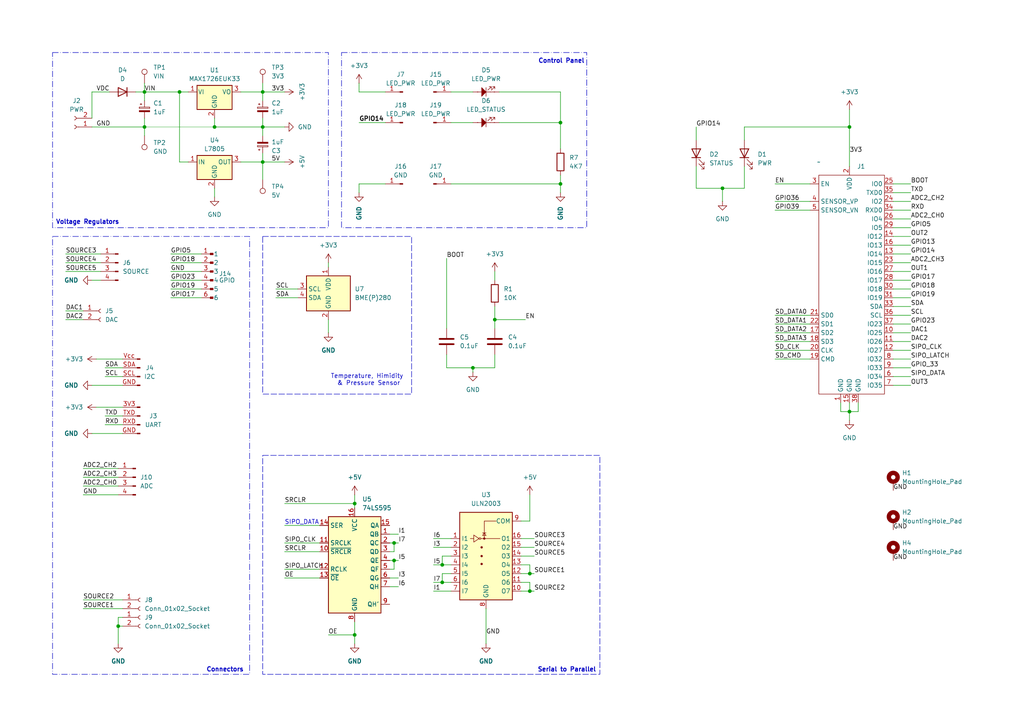
<source format=kicad_sch>
(kicad_sch (version 20231120) (generator "eeschema") (generator_version "8.0")
  (paper "A4")
  (junction (at 590.55 85.09))
  (junction (at 102.87 184.15))
  (junction (at 518.16 15.24))
  (junction (at 62.23 36.83))
  (junction (at 153.67 166.37))
  (junction (at 76.2 36.83))
  (junction (at 162.56 35.56))
  (junction (at 487.68 22.86))
  (junction (at 153.67 171.45))
  (junction (at 128.27 168.91))
  (junction (at 246.38 36.83))
  (junction (at 543.56 57.15))
  (junction (at 41.91 36.83))
  (junction (at 52.07 26.67))
  (junction (at 478.79 156.21))
  (junction (at 76.2 46.99))
  (junction (at 114.3 157.48))
  (junction (at 543.56 93.98))
  (junction (at 377.19 151.13))
  (junction (at 246.38 119.38))
  (junction (at 114.3 162.56))
  (junction (at 401.32 163.83))
  (junction (at 143.51 92.71))
  (junction (at 495.3 168.91))
  (junction (at 76.2 26.67))
  (junction (at 41.91 26.67))
  (junction (at 102.87 146.05))
  (junction (at 162.56 53.34))
  (junction (at 450.85 99.06))
  (junction (at 495.3 156.21))
  (junction (at 137.16 106.68))
  (junction (at 487.68 15.24))
  (junction (at 209.55 54.61))
  (junction (at 504.19 22.86))
  (junction (at 128.27 163.83))
  (junction (at 34.29 181.61))
  (no_connect (at 361.95 113.03))
  (wire (pts (xy 478.79 168.91) (xy 476.25 168.91)))
  (wire (pts (xy 114.3 162.56) (xy 114.3 165.1)))
  (wire (pts (xy 259.08 58.42) (xy 264.16 58.42)))
  (wire (pts (xy 553.72 62.23) (xy 556.26 62.23)))
  (wire (pts (xy 62.23 54.61) (xy 62.23 57.15)))
  (wire (pts (xy 52.07 26.67) (xy 54.61 26.67)))
  (wire (pts (xy 483.87 95.25) (xy 492.76 95.25)))
  (wire (pts (xy 113.03 162.56) (xy 114.3 162.56)))
  (wire (pts (xy 224.79 101.6) (xy 234.95 101.6)))
  (wire (pts (xy 34.29 179.07) (xy 34.29 181.61)))
  (wire (pts (xy 30.48 109.22) (xy 35.56 109.22)))
  (wire (pts (xy 151.13 171.45) (xy 153.67 171.45)))
  (wire (pts (xy 41.91 36.83) (xy 62.23 36.83)) (stroke (width 0.0254)))
  (wire (pts (xy 485.14 97.79) (xy 492.76 97.79)))
  (wire (pts (xy 358.14 171.45) (xy 361.95 171.45)))
  (wire (pts (xy 102.87 180.34) (xy 102.87 184.15)))
  (wire (pts (xy 82.55 157.48) (xy 92.71 157.48)))
  (wire (pts (xy 162.56 26.67) (xy 162.56 35.56)))
  (wire (pts (xy 162.56 50.8) (xy 162.56 53.34)))
  (wire (pts (xy 24.13 173.99) (xy 35.56 173.99)))
  (wire (pts (xy 129.54 106.68) (xy 137.16 106.68)))
  (wire (pts (xy 41.91 26.67) (xy 52.07 26.67)))
  (wire (pts (xy 590.55 85.09) (xy 590.55 93.98)))
  (wire (pts (xy 259.08 63.5) (xy 264.16 63.5)))
  (wire (pts (xy 209.55 54.61) (xy 215.9 54.61)))
  (wire (pts (xy 495.3 158.75) (xy 495.3 156.21)))
  (wire (pts (xy 377.19 151.13) (xy 382.27 151.13)))
  (wire (pts (xy 224.79 99.06) (xy 234.95 99.06)))
  (wire (pts (xy 54.61 46.99) (xy 52.07 46.99)))
  (wire (pts (xy 30.48 120.65) (xy 35.56 120.65)))
  (wire (pts (xy 495.3 156.21) (xy 504.19 156.21)))
  (wire (pts (xy 518.16 62.23) (xy 533.4 62.23)))
  (wire (pts (xy 24.13 140.97) (xy 34.29 140.97)))
  (wire (pts (xy 401.32 142.24) (xy 401.32 146.05)))
  (wire (pts (xy 82.55 160.02) (xy 92.71 160.02)))
  (wire (pts (xy 604.52 48.26) (xy 604.52 59.69)))
  (wire (pts (xy 574.04 67.31) (xy 580.39 67.31)))
  (wire (pts (xy 246.38 31.75) (xy 246.38 36.83)))
  (wire (pts (xy 259.08 78.74) (xy 264.16 78.74)))
  (wire (pts (xy 128.27 163.83) (xy 130.81 163.83)))
  (wire (pts (xy 128.27 168.91) (xy 130.81 168.91)))
  (wire (pts (xy 259.08 81.28) (xy 264.16 81.28)))
  (wire (pts (xy 553.72 77.47) (xy 556.26 77.47)))
  (wire (pts (xy 482.6 15.24) (xy 487.68 15.24)))
  (wire (pts (xy 27.94 104.14) (xy 35.56 104.14)))
  (wire (pts (xy 153.67 171.45) (xy 154.94 171.45)))
  (wire (pts (xy 125.73 156.21) (xy 130.81 156.21)))
  (wire (pts (xy 389.89 151.13) (xy 393.7 151.13)))
  (wire (pts (xy 453.39 95.25) (xy 453.39 99.06)))
  (wire (pts (xy 62.23 34.29) (xy 62.23 36.83)))
  (wire (pts (xy 151.13 156.21) (xy 154.94 156.21)))
  (wire (pts (xy 29.21 78.74) (xy 19.05 78.74)))
  (wire (pts (xy 551.22 22.73) (xy 558.84 22.73)))
  (wire (pts (xy 243.84 119.38) (xy 246.38 119.38)))
  (wire (pts (xy 114.3 157.48) (xy 115.57 157.48)))
  (wire (pts (xy 104.14 26.67) (xy 104.14 24.13)))
  (wire (pts (xy 76.2 34.29) (xy 76.2 36.83)))
  (wire (pts (xy 29.21 73.66) (xy 19.05 73.66)))
  (wire (pts (xy 259.08 53.34) (xy 264.16 53.34)))
  (wire (pts (xy 504.19 22.86) (xy 504.19 26.67)))
  (wire (pts (xy 49.53 81.28) (xy 58.42 81.28)))
  (wire (pts (xy 153.67 151.13) (xy 151.13 151.13)))
  (wire (pts (xy 574.04 62.23) (xy 580.39 62.23)))
  (wire (pts (xy 462.28 67.31) (xy 467.36 67.31)))
  (wire (pts (xy 201.93 36.83) (xy 201.93 40.64)))
  (wire (pts (xy 469.9 15.24) (xy 474.98 15.24)))
  (wire (pts (xy 49.53 83.82) (xy 58.42 83.82)))
  (wire (pts (xy 151.13 168.91) (xy 153.67 168.91)))
  (wire (pts (xy 26.67 81.28) (xy 29.21 81.28)))
  (wire (pts (xy 518.16 67.31) (xy 533.4 67.31)))
  (wire (pts (xy 102.87 146.05) (xy 102.87 147.32)))
  (wire (pts (xy 458.47 168.91) (xy 461.01 168.91)))
  (wire (pts (xy 504.19 163.83) (xy 504.19 168.91)))
  (wire (pts (xy 604.52 59.69) (xy 600.71 59.69)))
  (wire (pts (xy 104.14 53.34) (xy 104.14 55.88)))
  (wire (pts (xy 234.95 53.34) (xy 224.79 53.34)))
  (wire (pts (xy 358.14 173.99) (xy 361.95 173.99)))
  (wire (pts (xy 144.78 35.56) (xy 162.56 35.56)))
  (wire (pts (xy 111.76 26.67) (xy 104.14 26.67)))
  (wire (pts (xy 102.87 143.51) (xy 102.87 146.05)))
  (wire (pts (xy 26.67 26.67) (xy 31.75 26.67)))
  (wire (pts (xy 574.04 64.77) (xy 580.39 64.77)))
  (wire (pts (xy 243.84 116.84) (xy 243.84 119.38)))
  (wire (pts (xy 434.34 55.88) (xy 438.15 55.88)))
  (wire (pts (xy 41.91 39.37) (xy 41.91 36.83)))
  (wire (pts (xy 19.05 90.17) (xy 24.13 90.17)))
  (wire (pts (xy 224.79 60.96) (xy 234.95 60.96)))
  (wire (pts (xy 543.56 48.26) (xy 543.56 57.15)))
  (wire (pts (xy 543.56 93.98) (xy 543.56 96.52)))
  (wire (pts (xy 504.19 161.29) (xy 506.73 161.29)))
  (wire (pts (xy 574.04 74.93) (xy 580.39 74.93)))
  (wire (pts (xy 49.53 76.2) (xy 58.42 76.2)))
  (wire (pts (xy 34.29 181.61) (xy 35.56 181.61)))
  (wire (pts (xy 27.94 118.11) (xy 35.56 118.11)))
  (wire (pts (xy 41.91 26.67) (xy 41.91 29.21)))
  (wire (pts (xy 143.51 88.9) (xy 143.51 92.71)))
  (wire (pts (xy 143.51 92.71) (xy 152.4 92.71)))
  (wire (pts (xy 153.67 163.83) (xy 153.67 166.37)))
  (wire (pts (xy 518.16 74.93) (xy 533.4 74.93)))
  (wire (pts (xy 259.08 106.68) (xy 264.16 106.68)))
  (wire (pts (xy 41.91 34.29) (xy 41.91 36.83)))
  (wire (pts (xy 209.55 58.42) (xy 209.55 54.61)))
  (wire (pts (xy 130.81 35.56) (xy 137.16 35.56)))
  (wire (pts (xy 224.79 93.98) (xy 234.95 93.98)))
  (wire (pts (xy 153.67 143.51) (xy 153.67 151.13)))
  (wire (pts (xy 24.13 176.53) (xy 35.56 176.53)))
  (wire (pts (xy 486.41 173.99) (xy 487.68 173.99)))
  (wire (pts (xy 224.79 91.44) (xy 234.95 91.44)))
  (wire (pts (xy 113.03 160.02) (xy 114.3 160.02)))
  (wire (pts (xy 361.95 118.11) (xy 373.38 118.11)))
  (wire (pts (xy 113.03 167.64) (xy 115.57 167.64)))
  (wire (pts (xy 215.9 48.26) (xy 215.9 54.61)))
  (wire (pts (xy 52.07 26.67) (xy 52.07 46.99)))
  (wire (pts (xy 259.08 101.6) (xy 264.16 101.6)))
  (wire (pts (xy 342.9 113.03) (xy 346.71 113.03)))
  (wire (pts (xy 35.56 179.07) (xy 34.29 179.07)))
  (wire (pts (xy 76.2 46.99) (xy 82.55 46.99)))
  (wire (pts (xy 41.91 24.13) (xy 41.91 26.67)))
  (wire (pts (xy 76.2 36.83) (xy 82.55 36.83)))
  (wire (pts (xy 259.08 104.14) (xy 264.16 104.14)))
  (wire (pts (xy 130.81 26.67) (xy 137.16 26.67)))
  (wire (pts (xy 567.73 10.03) (xy 567.73 13.84)))
  (wire (pts (xy 151.13 161.29) (xy 154.94 161.29)))
  (wire (pts (xy 401.32 156.21) (xy 401.32 163.83)))
  (wire (pts (xy 259.08 93.98) (xy 264.16 93.98)))
  (wire (pts (xy 462.28 69.85) (xy 467.36 69.85)))
  (wire (pts (xy 143.51 102.87) (xy 143.51 106.68)))
  (wire (pts (xy 215.9 36.83) (xy 215.9 40.64)))
  (wire (pts (xy 82.55 152.4) (xy 92.71 152.4)))
  (wire (pts (xy 504.19 156.21) (xy 504.19 161.29)))
  (wire (pts (xy 553.72 69.85) (xy 556.26 69.85)))
  (wire (pts (xy 80.01 86.36) (xy 86.36 86.36)))
  (wire (pts (xy 151.13 163.83) (xy 153.67 163.83)))
  (wire (pts (xy 35.56 111.76) (xy 26.67 111.76)))
  (wire (pts (xy 151.13 158.75) (xy 154.94 158.75)))
  (wire (pts (xy 495.3 156.21) (xy 478.79 156.21)))
  (wire (pts (xy 30.48 123.19) (xy 35.56 123.19)))
  (wire (pts (xy 476.25 173.99) (xy 478.79 173.99)))
  (wire (pts (xy 104.14 35.56) (xy 111.76 35.56)))
  (wire (pts (xy 201.93 54.61) (xy 209.55 54.61)))
  (wire (pts (xy 76.2 36.83) (xy 76.2 39.37)))
  (wire (pts (xy 259.08 55.88) (xy 264.16 55.88)))
  (wire (pts (xy 453.39 99.06) (xy 450.85 99.06)))
  (wire (pts (xy 259.08 99.06) (xy 264.16 99.06)))
  (wire (pts (xy 574.04 77.47) (xy 580.39 77.47)))
  (wire (pts (xy 143.51 92.71) (xy 143.51 95.25)))
  (wire (pts (xy 201.93 48.26) (xy 201.93 54.61)))
  (wire (pts (xy 102.87 184.15) (xy 102.87 186.69)))
  (wire (pts (xy 553.72 74.93) (xy 556.26 74.93)))
  (wire (pts (xy 450.85 95.25) (xy 450.85 99.06)))
  (wire (pts (xy 449.58 27.94) (xy 449.58 31.75)))
  (wire (pts (xy 434.34 58.42) (xy 438.15 58.42)))
  (wire (pts (xy 518.16 77.47) (xy 533.4 77.47)))
  (wire (pts (xy 533.4 57.15) (xy 543.56 57.15)))
  (wire (pts (xy 553.72 72.39) (xy 556.26 72.39)))
  (wire (pts (xy 551.22 20.19) (xy 558.84 20.19)))
  (wire (pts (xy 358.14 166.37) (xy 361.95 166.37)))
  (wire (pts (xy 487.68 16.51) (xy 487.68 15.24)))
  (wire (pts (xy 518.16 22.86) (xy 504.19 22.86)))
  (wire (pts (xy 62.23 36.83) (xy 76.2 36.83)))
  (wire (pts (xy 401.32 163.83) (xy 401.32 172.72)))
  (wire (pts (xy 358.14 168.91) (xy 361.95 168.91)))
  (wire (pts (xy 361.95 115.57) (xy 373.38 115.57)))
  (wire (pts (xy 259.08 86.36) (xy 264.16 86.36)))
  (wire (pts (xy 224.79 104.14) (xy 234.95 104.14)))
  (wire (pts (xy 485.14 90.17) (xy 492.76 90.17)))
  (wire (pts (xy 450.85 99.06) (xy 450.85 101.6)))
  (wire (pts (xy 543.56 90.17) (xy 543.56 93.98)))
  (wire (pts (xy 76.2 29.21) (xy 76.2 26.67)))
  (wire (pts (xy 80.01 83.82) (xy 86.36 83.82)))
  (wire (pts (xy 259.08 60.96) (xy 264.16 60.96)))
  (wire (pts (xy 76.2 46.99) (xy 76.2 52.07)))
  (wire (pts (xy 472.44 22.86) (xy 487.68 22.86)))
  (wire (pts (xy 125.73 168.91) (xy 128.27 168.91)))
  (wire (pts (xy 259.08 71.12) (xy 264.16 71.12)))
  (wire (pts (xy 259.08 88.9) (xy 264.16 88.9)))
  (wire (pts (xy 469.9 17.78) (xy 472.44 17.78)))
  (wire (pts (xy 574.04 69.85) (xy 580.39 69.85)))
  (wire (pts (xy 553.72 67.31) (xy 556.26 67.31)))
  (wire (pts (xy 26.67 36.83) (xy 41.91 36.83)))
  (wire (pts (xy 401.32 163.83) (xy 393.7 163.83)))
  (wire (pts (xy 24.13 138.43) (xy 34.29 138.43)))
  (wire (pts (xy 104.14 53.34) (xy 111.76 53.34)))
  (wire (pts (xy 485.14 100.33) (xy 485.14 97.79)))
  (wire (pts (xy 125.73 171.45) (xy 130.81 171.45)))
  (wire (pts (xy 377.19 142.24) (xy 377.19 151.13)))
  (wire (pts (xy 511.81 15.24) (xy 518.16 15.24)))
  (wire (pts (xy 224.79 58.42) (xy 234.95 58.42)))
  (wire (pts (xy 495.3 179.07) (xy 495.3 182.88)))
  (wire (pts (xy 113.03 154.94) (xy 115.57 154.94)))
  (wire (pts (xy 35.56 125.73) (xy 26.67 125.73)))
  (wire (pts (xy 259.08 76.2) (xy 264.16 76.2)))
  (wire (pts (xy 506.73 163.83) (xy 504.19 163.83)))
  (wire (pts (xy 590.55 93.98) (xy 543.56 93.98)))
  (wire (pts (xy 327.66 113.03) (xy 335.28 113.03)))
  (wire (pts (xy 95.25 76.2) (xy 95.25 77.47)))
  (wire (pts (xy 49.53 86.36) (xy 58.42 86.36)))
  (wire (pts (xy 246.38 119.38) (xy 246.38 121.92)))
  (wire (pts (xy 259.08 68.58) (xy 264.16 68.58)))
  (wire (pts (xy 259.08 96.52) (xy 264.16 96.52)))
  (wire (pts (xy 259.08 111.76) (xy 264.16 111.76)))
  (wire (pts (xy 478.79 156.21) (xy 478.79 168.91)))
  (wire (pts (xy 76.2 44.45) (xy 76.2 46.99)))
  (wire (pts (xy 125.73 158.75) (xy 130.81 158.75)))
  (wire (pts (xy 82.55 165.1) (xy 92.71 165.1)))
  (wire (pts (xy 246.38 36.83) (xy 246.38 48.26)))
  (wire (pts (xy 129.54 74.93) (xy 129.54 95.25)))
  (wire (pts (xy 384.81 163.83) (xy 386.08 163.83)))
  (wire (pts (xy 344.17 123.19) (xy 344.17 118.11)))
  (wire (pts (xy 162.56 53.34) (xy 162.56 55.88)))
  (wire (pts (xy 153.67 168.91) (xy 153.67 171.45)))
  (wire (pts (xy 455.93 173.99) (xy 461.01 173.99)))
  (wire (pts (xy 69.85 46.99) (xy 76.2 46.99)))
  (wire (pts (xy 69.85 26.67) (xy 76.2 26.67)))
  (wire (pts (xy 518.16 21.59) (xy 518.16 22.86)))
  (wire (pts (xy 472.44 17.78) (xy 472.44 22.86)))
  (wire (pts (xy 518.16 69.85) (xy 533.4 69.85)))
  (wire (pts (xy 19.05 92.71) (xy 24.13 92.71)))
  (wire (pts (xy 34.29 181.61) (xy 34.29 186.69)))
  (wire (pts (xy 82.55 146.05) (xy 102.87 146.05)))
  (wire (pts (xy 248.92 119.38) (xy 246.38 119.38)))
  (wire (pts (xy 377.19 168.91) (xy 377.19 172.72)))
  (wire (pts (xy 535.94 93.98) (xy 543.56 93.98)))
  (wire (pts (xy 153.67 166.37) (xy 154.94 166.37)))
  (wire (pts (xy 440.69 168.91) (xy 450.85 168.91)))
  (wire (pts (xy 574.04 72.39) (xy 580.39 72.39)))
  (wire (pts (xy 259.08 66.04) (xy 264.16 66.04)))
  (wire (pts (xy 113.03 157.48) (xy 114.3 157.48)))
  (wire (pts (xy 259.08 109.22) (xy 264.16 109.22)))
  (wire (pts (xy 358.14 163.83) (xy 361.95 163.83)))
  (wire (pts (xy 518.16 16.51) (xy 518.16 15.24)))
  (wire (pts (xy 248.92 116.84) (xy 248.92 119.38)))
  (wire (pts (xy 590.55 82.55) (xy 590.55 85.09)))
  (wire (pts (xy 553.72 64.77) (xy 556.26 64.77)))
  (wire (pts (xy 34.29 135.89) (xy 24.13 135.89)))
  (wire (pts (xy 448.31 99.06) (xy 450.85 99.06)))
  (wire (pts (xy 483.87 92.71) (xy 492.76 92.71)))
  (wire (pts (xy 448.31 95.25) (xy 448.31 99.06)))
  (wire (pts (xy 162.56 35.56) (xy 162.56 43.18)))
  (wire (pts (xy 95.25 184.15) (xy 102.87 184.15)))
  (wire (pts (xy 259.08 83.82) (xy 264.16 83.82)))
  (wire (pts (xy 76.2 24.13) (xy 76.2 26.67)))
  (wire (pts (xy 130.81 166.37) (xy 128.27 166.37)))
  (wire (pts (xy 259.08 73.66) (xy 264.16 73.66)))
  (wire (pts (xy 130.81 161.29) (xy 128.27 161.29)))
  (wire (pts (xy 487.68 15.24) (xy 496.57 15.24)))
  (wire (pts (xy 518.16 15.24) (xy 525.78 15.24)))
  (wire (pts (xy 574.04 80.01) (xy 580.39 80.01)))
  (wire (pts (xy 487.68 22.86) (xy 504.19 22.86)))
  (wire (pts (xy 143.51 78.74) (xy 143.51 81.28)))
  (wire (pts (xy 495.3 166.37) (xy 495.3 168.91)))
  (wire (pts (xy 125.73 163.83) (xy 128.27 163.83)))
  (wire (pts (xy 487.68 21.59) (xy 487.68 22.86)))
  (wire (pts (xy 49.53 73.66) (xy 58.42 73.66)))
  (wire (pts (xy 30.48 106.68) (xy 35.56 106.68)))
  (wire (pts (xy 259.08 91.44) (xy 264.16 91.44)))
  (wire (pts (xy 26.67 26.67) (xy 26.67 34.29)))
  (wire (pts (xy 358.14 161.29) (xy 361.95 161.29)))
  (wire (pts (xy 130.81 53.34) (xy 162.56 53.34)))
  (wire (pts (xy 137.16 106.68) (xy 137.16 107.95)))
  (wire (pts (xy 24.13 143.51) (xy 34.29 143.51)))
  (wire (pts (xy 224.79 96.52) (xy 234.95 96.52)))
  (wire (pts (xy 377.19 151.13) (xy 377.19 158.75)))
  (wire (pts (xy 128.27 161.29) (xy 128.27 163.83)))
  (wire (pts (xy 113.03 165.1) (xy 114.3 165.1)))
  (wire (pts (xy 113.03 170.18) (xy 115.57 170.18)))
  (wire (pts (xy 95.25 92.71) (xy 95.25 96.52)))
  (wire (pts (xy 567.73 29.08) (xy 567.73 34.16)))
  (wire (pts (xy 129.54 102.87) (xy 129.54 106.68)))
  (wire (pts (xy 478.79 153.67) (xy 478.79 156.21)))
  (wire (pts (xy 151.13 166.37) (xy 153.67 166.37)))
  (wire (pts (xy 140.97 176.53) (xy 140.97 186.69)))
  (wire (pts (xy 76.2 26.67) (xy 82.55 26.67)))
  (wire (pts (xy 452.12 27.94) (xy 452.12 31.75)))
  (wire (pts (xy 49.53 78.74) (xy 58.42 78.74)))
  (wire (pts (xy 29.21 76.2) (xy 19.05 76.2)))
  (wire (pts (xy 344.17 118.11) (xy 346.71 118.11)))
  (wire (pts (xy 137.16 106.68) (xy 143.51 106.68)))
  (wire (pts (xy 215.9 36.83) (xy 246.38 36.83)))
  (wire (pts (xy 504.19 168.91) (xy 495.3 168.91)))
  (wire (pts (xy 114.3 162.56) (xy 115.57 162.56)))
  (wire (pts (xy 455.93 182.88) (xy 455.93 173.99)))
  (wire (pts (xy 128.27 166.37) (xy 128.27 168.91)))
  (wire (pts (xy 246.38 116.84) (xy 246.38 119.38)))
  (wire (pts (xy 114.3 160.02) (xy 114.3 157.48)))
  (wire (pts (xy 553.72 80.01) (xy 556.26 80.01)))
  (wire (pts (xy 144.78 26.67) (xy 162.56 26.67)))
  (wire (pts (xy 39.37 26.67) (xy 41.91 26.67)))
  (wire (pts (xy 82.55 167.64) (xy 92.71 167.64)))
  (rectangle (start 328.93 137.16) (end 412.75 186.69) (stroke (width 0) (type dash_dot)))
  (rectangle (start 76.2 132.08) (end 173.99 195.58) (stroke (width 0) (type dash)))
  (rectangle (start 15.24 68.58) (end 72.39 195.58) (stroke (width 0) (type dash_dot)))
  (rectangle (start 76.2 68.58) (end 119.38 114.3) (stroke (width 0) (type dash)))
  (rectangle (start 99.06 15.24) (end 170.18 66.04) (stroke (width 0) (type dash_dot)))
  (rectangle (start 15.24 15.24) (end 95.25 66.04) (stroke (width 0) (type dash_dot)))
  (text "Voltage Regulators" (at 25.4 63.754 0) (effects (font (size 1.27 1.27) (thickness 0.254) (bold yes)) (justify top)))
  (text "UART Programmer" (at 401.828 184.912 0) (effects (font (size 1.27 1.27))))
  (text "Control Panel " (at 163.322 17.78 0) (effects (font (size 1.27 1.27) (thickness 0.254) (bold yes))))
  (text "Connectors\n" (at 65.278 194.31 0) (effects (font (size 1.27 1.27) (thickness 0.254) (bold yes))))
  (text "Serial to Parallel" (at 172.974 195.072 0) (effects (font (size 1.27 1.27) (bold yes)) (justify right bottom)))
  (text "Temperature, Himidity \n& Pressure Sensor" (at 106.934 110.236 0) (effects (font (size 1.27 1.27))))
  (label "SIPO_DATA" (at 264.16 109.22 0))
  (label "VIN" (at 487.68 15.24 0))
  (label "SOURCE5" (at 154.94 161.29 0))
  (label "GND" (at 259.08 142.24 0))
  (label "SRCLR-2" (at 518.16 69.85 0))
  (label "SOURCE3" (at 19.05 73.66 0))
  (label "SOURCE4" (at 19.05 76.2 0))
  (label "SD_DATA1" (at 224.79 93.98 0))
  (label "SOURCE1" (at 24.13 176.53 0))
  (label "I7" (at 115.57 157.48 0))
  (label "TXD" (at 361.95 166.37 0))
  (label "GPIO5" (at 264.16 66.04 0))
  (label "SOURCE5" (at 19.05 78.74 0))
  (label "RTS" (at 401.32 172.72 0))
  (label "ADC2_CH2" (at 264.16 58.42 0))
  (label "OUT1" (at 264.16 78.74 0))
  (label "GPIO_33" (at 264.16 106.68 0))
  (label "QD-2" (at 556.26 67.31 0))
  (label "I3" (at 115.57 167.64 0))
  (label "OE-2" (at 518.16 77.47 0))
  (label "QG-2" (at 556.26 77.47 0))
  (label "OUT2" (at 264.16 68.58 0))
  (label "3V3" (at 361.95 161.29 0))
  (label "SD_DATA0" (at 224.79 91.44 0))
  (label "QE-2" (at 574.04 72.39 0))
  (label "QA-2" (at 556.26 62.23 0))
  (label "EN" (at 401.32 142.24 0))
  (label "GPIO23" (at 264.16 93.98 0))
  (label "VDC" (at 27.94 26.67 0))
  (label "GPIO13" (at 264.16 71.12 0))
  (label "SCL" (at 80.01 83.82 0))
  (label "QF-2" (at 556.26 72.39 0))
  (label "SIPO_CLK" (at 82.55 157.48 0))
  (label "SD_CLK" (at 224.79 101.6 0))
  (label "DAC2" (at 19.05 92.71 0))
  (label "OE" (at 95.25 184.15 0))
  (label "TXD" (at 264.16 55.88 0))
  (label "I1" (at 125.73 171.45 0))
  (label "BOOT" (at 129.54 74.93 0))
  (label "QB-2" (at 574.04 80.01 0))
  (label "ADC2_CH2" (at 24.13 135.89 0))
  (label "SDA" (at 264.16 88.9 0))
  (label "SD_CMD" (at 224.79 104.14 0))
  (label "ADC2_CH0" (at 24.13 140.97 0))
  (label "SD_DATA3" (at 224.79 99.06 0))
  (label "SIPO_LATCH" (at 82.55 165.1 0))
  (label "I5" (at 115.57 162.56 0))
  (label "GPIO17" (at 264.16 81.28 0))
  (label "GPIO23" (at 49.53 81.28 0))
  (label "SRCLR-2" (at 533.4 57.15 0))
  (label "3V3" (at 452.12 27.94 0))
  (label "GPIO5" (at 49.53 73.66 0))
  (label "DTR" (at 377.19 142.24 0))
  (label "GPIO13" (at 440.69 168.91 0))
  (label "SD_DATA2" (at 224.79 96.52 0))
  (label "SDA-2" (at 551.22 22.73 0))
  (label "GND" (at 24.13 143.51 0))
  (label "EN" (at 152.4 92.71 0))
  (label "RTS" (at 361.95 171.45 0))
  (label "QH-2" (at 556.26 74.93 0))
  (label "SCL" (at 264.16 91.44 0))
  (label "SIPO_LATCH" (at 264.16 104.14 0))
  (label "QH-2" (at 574.04 64.77 0))
  (label "GPIO18" (at 264.16 83.82 0))
  (label "GPIO14" (at 201.93 36.83 0))
  (label "GPIO14" (at 264.16 73.66 0))
  (label "V1-" (at 363.22 118.11 0))
  (label "BOOT" (at 377.19 172.72 0))
  (label "RX" (at 434.34 55.88 0))
  (label "RXD" (at 30.48 123.19 0))
  (label "GPIO27" (at 327.66 113.03 0))
  (label "SCL" (at 30.48 109.22 0))
  (label "QG-2" (at 574.04 67.31 0))
  (label "GND" (at 361.95 163.83 0))
  (label "SIPO_CLK" (at 264.16 101.6 0))
  (label "GND" (at 49.53 78.74 0))
  (label "I6" (at 125.73 156.21 0))
  (label "3V3" (at 246.38 44.45 0))
  (label "ADC2_CH3" (at 264.16 76.2 0))
  (label "OUT3" (at 264.16 111.76 0))
  (label "SCL-2" (at 483.87 95.25 0))
  (label "GPIO39" (at 224.79 60.96 0))
  (label "I5" (at 125.73 163.83 0))
  (label "SOURCE1" (at 154.94 166.37 0))
  (label "QC-2" (at 556.26 64.77 0))
  (label "GND" (at 259.08 153.67 0))
  (label "GPIO17" (at 49.53 86.36 0))
  (label "GPIO18" (at 49.53 76.2 0))
  (label "SIPO_DATA-2" (at 518.16 62.23 0))
  (label "SOURCE2" (at 154.94 171.45 0))
  (label "BOOT" (at 264.16 53.34 0))
  (label "OE-2" (at 535.94 93.98 0))
  (label "RXD" (at 361.95 168.91 0))
  (label "SRCLR" (at 82.55 146.05 0))
  (label "SOURCE3" (at 154.94 156.21 0))
  (label "5V" (at 514.35 15.24 0))
  (label "DTR" (at 361.95 173.99 0))
  (label "ADC2_CH0" (at 264.16 63.5 0))
  (label "5V" (at 78.74 46.99 0))
  (label "ADC2_CH3" (at 24.13 138.43 0))
  (label "SCL-2" (at 551.22 20.19 0))
  (label "SIPO_CLK-2" (at 518.16 67.31 0))
  (label "GND" (at 259.08 162.56 0))
  (label "VIN" (at 41.91 26.67 0))
  (label "SDA-2" (at 483.87 92.71 0))
  (label "QC-2" (at 574.04 77.47 0))
  (label "DAC2" (at 264.16 99.06 0))
  (label "SDA" (at 80.01 86.36 0))
  (label "TX" (at 434.34 58.42 0))
  (label "DAC1" (at 264.16 96.52 0))
  (label "3V3" (at 78.74 26.67 0))
  (label "OE" (at 82.55 167.64 0))
  (label "SDA" (at 30.48 106.68 0))
  (label "QD-2" (at 574.04 74.93 0))
  (label "QE-2" (at 556.26 69.85 0))
  (label "SRCLR" (at 82.55 160.02 0))
  (label "GPIO19" (at 49.53 83.82 0))
  (label "QF-2" (at 574.04 69.85 0))
  (label "GPIO36" (at 224.79 58.42 0))
  (label "GPIO19" (at 264.16 86.36 0))
  (label "SCL-2" (at 467.36 69.85 0))
  (label "I3" (at 125.73 158.75 0))
  (label "GND" (at 27.94 36.83 0))
  (label "SIPO_LATCH-2" (at 518.16 74.93 0))
  (label "I1" (at 115.57 154.94 0))
  (label "V1+" (at 363.22 115.57 0))
  (label "DAC1" (at 19.05 90.17 0))
  (label "EN" (at 224.79 53.34 0))
  (label "VDC" (at 469.9 15.24 0))
  (label "I6" (at 115.57 170.18 0))
  (label "SIPO_DATA" (at 82.55 152.4 0))
  (label "QB-2" (at 556.26 80.01 0))
  (label "GND" (at 140.97 184.15 0))
  (label "GPIO14" (at 104.14 35.56 0) (effects (font (bold yes))))
  (label "SOURCE4" (at 154.94 158.75 0))
  (label "I7" (at 125.73 168.91 0))
  (label "GND" (at 477.52 22.86 0))
  (label "TXD" (at 30.48 120.65 0))
  (label "SDA-2" (at 467.36 67.31 0))
  (label "QA-2" (at 574.04 62.23 0))
  (label "SOURCE2" (at 24.13 173.99 0))
  (label "RXD" (at 264.16 60.96 0))
  (symbol (lib_id "Connector:Conn_01x02_Socket") (at 29.21 90.17 0) (unit 1)
    (property "Reference" "J5" (at 30.48 90.1699 0) (effects (justify left)))
    (property "Value" "DAC" (at 30.48 92.7099 0) (effects (justify left)))
    (property "Footprint" "Connector_PinSocket_2.54mm:PinSocket_1x02_P2.54mm_Vertical" (effects (hide yes)))
  )
  (symbol (lib_id "power:GND") (at 82.55 36.83 90) (unit 1)
    (property "Reference" "#PWR03" (effects (hide yes)))
    (property "Value" "GND" (at 86.36 36.8299 90) (effects (justify right)))
  )
  (symbol (lib_name "+5V_1") (lib_id "power:+5V") (at 604.52 48.26 0) (unit 1)
    (property "Reference" "#PWR039" (effects (hide yes)))
    (property "Value" "+5V" (at 604.52 43.18 0))
    (property "Description" "Power symbol creates a global label with name \"+5V\"" (effects (hide yes)))
  )
  (symbol (lib_id "Device:R") (at 389.89 163.83 270) (unit 1) (on_board no)
    (property "Reference" "R3" (at 389.89 157.48 90))
    (property "Value" "10K" (at 389.89 160.02 90))
    (property "Footprint" "Resistor_SMD:R_1210_3225Metric_Pad1.30x2.65mm_HandSolder" (effects (hide yes)))
    (property "Description" "Resistor" (effects (hide yes)))
  )
  (symbol (lib_id "Connector:Conn_01x04_Pin") (at 39.37 138.43 0) (mirror y) (unit 1)
    (property "Reference" "J10" (at 40.64 138.4299 0) (effects (justify right)))
    (property "Value" "ADC" (at 40.64 140.9699 0) (effects (justify right)))
    (property "Footprint" "Connector_PinSocket_2.54mm:PinSocket_1x04_P2.54mm_Vertical" (effects (hide yes)))
  )
  (symbol (lib_id "Device:C_Polarized_Small") (at 518.16 19.05 0) (mirror x) (unit 1)
    (property "Reference" "C7" (at 520.7 20.8661 0) (effects (justify left)))
    (property "Value" "1uF" (at 520.7 18.3261 0) (effects (justify left)))
    (property "Footprint" "Capacitor_THT:CP_Radial_D4.0mm_P2.00mm" (effects (hide yes)))
  )
  (symbol (lib_id "power:+3V3") (at 95.25 76.2 0) (unit 1)
    (property "Reference" "#PWR022" (effects (hide yes)))
    (property "Value" "+3V3" (at 95.25 71.12 0))
  )
  (symbol (lib_id "power:GND") (at 26.67 81.28 270) (unit 1)
    (property "Reference" "#PWR023" (effects (hide yes)))
    (property "Value" "GND" (at 22.86 81.28 90) (effects (font (bold yes)) (justify right)))
  )
  (symbol (lib_id "power:+3V3") (at 27.94 118.11 90) (unit 1)
    (property "Reference" "#PWR06" (effects (hide yes)))
    (property "Value" "+3V3" (at 24.13 118.1099 90) (effects (justify left)))
  )
  (symbol (lib_id "power:GND") (at 567.73 34.16 0) (unit 1)
    (property "Reference" "#PWR032" (effects (hide yes)))
    (property "Value" "GND" (at 567.73 39.24 0))
  )
  (symbol (lib_id "Alexander Symbol Library:BME(P)280") (at 96.52 87.63 0) (unit 1)
    (property "Reference" "U7" (at 102.87 83.8199 0) (effects (justify left)))
    (property "Value" "BME(P)280" (at 102.87 86.3599 0) (effects (justify left)))
    (property "Footprint" "Alexander Footprint Library:BME280_BMP280_I2C" (effects (hide yes)))
    (property "Description" "Absolute Barometric Pressure Sensor" (effects (hide yes)))
  )
  (symbol (lib_id "Device:LED") (at 201.93 44.45 90) (unit 1)
    (property "Reference" "D2" (at 205.74 44.7674 90) (effects (justify right)))
    (property "Value" "STATUS" (at 205.74 47.3074 90) (effects (justify right)))
    (property "Footprint" "LED_SMD:LED_1210_3225Metric_Pad1.42x2.65mm_HandSolder" (effects (hide yes)))
    (property "Description" "Light emitting diode" (effects (hide yes)))
  )
  (symbol (lib_id "Connector:Conn_01x01_Pin") (at 125.73 35.56 0) (mirror x) (unit 1)
    (property "Reference" "J19" (at 126.365 30.48 0))
    (property "Value" "LED_PWR" (at 126.365 33.02 0))
    (property "Footprint" "Alexander Footprint Library:Pad_1x01_P2.54_SMD" (effects (hide yes)))
    (property "Description" "Generic connector, single row, 01x01, script generated" (effects (hide yes)))
  )
  (symbol (lib_id "power:+3V3") (at 27.94 104.14 90) (unit 1)
    (property "Reference" "#PWR08" (effects (hide yes)))
    (property "Value" "+3V3" (at 24.13 104.14 90) (effects (justify left)))
  )
  (symbol (lib_id "Regulator_Linear:L7805") (at 504.19 15.24 0) (unit 1)
    (property "Reference" "U9" (at 504.19 8.89 0))
    (property "Value" "L7805" (at 504.19 11.43 0))
    (property "Footprint" "Alexander Footprint Library:LD1117" (effects (hide yes)))
    (property "Datasheet" "datasheets/Voltage-Regulator_L7805.pdf" (effects (hide yes)))
    (property "Description" "Voltage Regulator 1.5A Positive" (effects (hide yes)))
  )
  (symbol (lib_id "Alexander Symbol Library:BME(P)280") (at 569 24 0) (unit 1)
    (property "Reference" "U8" (at 575.35 20.1899 0) (effects (justify left)))
    (property "Value" "BME(P)280" (at 575.35 22.7299 0) (effects (justify left)))
    (property "Footprint" "Alexander Footprint Library:BME280_BMP280_I2C" (effects (hide yes)))
    (property "Description" "Absolute Barometric Pressure Sensor" (effects (hide yes)))
  )
  (symbol (lib_name "GND_4") (lib_id "power:GND") (at 543.56 96.52 0) (unit 1)
    (property "Reference" "#PWR036" (effects (hide yes)))
    (property "Value" "GND" (at 543.56 101.6 0) (effects (font (bold yes))))
    (property "Description" "Power symbol creates a global label with name \"GND\" , ground" (effects (hide yes)))
  )
  (symbol (lib_id "Transistor_Array:ULN2801A") (at 590.55 67.31 0) (unit 1)
    (property "Reference" "U11" (at 590.55 52.07 0))
    (property "Value" "ULN2801A" (at 590.55 54.61 0))
    (property "Footprint" "PCM_Package_DIP_AKL:DIP-18_W7.62mm" (effects (hide yes)))
    (property "Datasheet" "http://www.promelec.ru/pdf/1536.pdf" (effects (hide yes)))
    (property "Description" "Darlington Transistor Arrays, SOIC18/DIP18" (effects (hide yes)))
  )
  (symbol (lib_id "power:+3V3") (at 485.14 90.17 90) (unit 1)
    (property "Reference" "#PWR038" (effects (hide yes)))
    (property "Value" "+3V3" (at 481.33 90.17 90) (effects (justify left)))
  )
  (symbol (lib_id "power:+5V") (at 153.67 143.51 0) (unit 1)
    (property "Reference" "#PWR012" (effects (hide yes)))
    (property "Value" "+5V" (at 153.67 138.43 0))
  )
  (symbol (lib_id "Transistor_Array:ULN2003") (at 140.97 161.29 0) (unit 1)
    (property "Reference" "U3" (at 140.97 143.51 0))
    (property "Value" "ULN2003" (at 140.97 146.05 0))
    (property "Footprint" "Package_DIP:DIP-16_W7.62mm" (effects (hide yes)))
    (property "Datasheet" "http://www.ti.com/lit/ds/symlink/uln2003a.pdf" (effects (hide yes)))
  )
  (symbol (lib_id "PCM_SL_Devices:LED_5mm") (at 140.97 26.67 0) (unit 1)
    (property "Reference" "D5" (at 140.97 20.32 0))
    (property "Value" "LED_PWR" (at 140.97 22.86 0))
    (property "Footprint" "LED_THT:LED_D5.0mm" (effects (hide yes)))
    (property "Description" "Common 5mm diameter LED" (effects (hide yes)))
  )
  (symbol (lib_id "Device:D") (at 495.3 162.56 270) (unit 1) (on_board no)
    (property "Reference" "D3" (at 497.84 161.2899 90) (effects (justify left)))
    (property "Value" "1N4007" (at 497.84 163.8299 90) (effects (justify left)))
    (property "Description" "Diode" (effects (hide yes)))
    (property "Sim.Device" "D" (effects (hide yes)))
    (property "Sim.Pins" "1=K 2=A" (effects (hide yes)))
  )
  (symbol (lib_id "Device:R") (at 386.08 151.13 270) (unit 1) (on_board no)
    (property "Reference" "R4" (at 386.08 144.78 90))
    (property "Value" "10K" (at 386.08 147.32 90))
    (property "Footprint" "Resistor_SMD:R_1210_3225Metric_Pad1.30x2.65mm_HandSolder" (effects (hide yes)))
    (property "Description" "Resistor" (effects (hide yes)))
  )
  (symbol (lib_name "Conn_UART_1") (lib_id "Alexander_Library_Symbols:Conn_UART") (at 40.64 118.11 0) (mirror y) (unit 1)
    (property "Reference" "J3" (at 44.45 120.65 0))
    (property "Value" "UART" (at 44.45 123.19 0))
    (property "Footprint" "Alexander Footprints Library:Conn_UART" (effects (hide yes)))
  )
  (symbol (lib_name "+5V_1") (lib_id "power:+5V") (at 543.56 48.26 0) (unit 1)
    (property "Reference" "#PWR035" (effects (hide yes)))
    (property "Value" "+5V" (at 543.56 43.18 0))
    (property "Description" "Power symbol creates a global label with name \"+5V\"" (effects (hide yes)))
  )
  (symbol (lib_id "Device:C_Polarized_Small") (at 76.2 41.91 0) (mirror x) (unit 1)
    (property "Reference" "C3" (at 78.74 43.7261 0) (effects (justify left)))
    (property "Value" "1uF" (at 78.74 41.1861 0) (effects (justify left)))
    (property "Footprint" "Capacitor_THT:CP_Radial_D4.0mm_P2.00mm" (effects (hide yes)))
  )
  (symbol (lib_id "Device:C_Polarized_Small") (at 41.91 31.75 0) (unit 1)
    (property "Reference" "C1" (at 44.45 29.9339 0) (effects (justify left)))
    (property "Value" "1uF" (at 44.45 32.4739 0) (effects (justify left)))
    (property "Footprint" "Capacitor_THT:CP_Radial_D4.0mm_P2.00mm" (effects (hide yes)))
  )
  (symbol (lib_id "Device:R") (at 339.09 113.03 90) (unit 1) (on_board no)
    (property "Reference" "R2" (at 339.09 106.68 90))
    (property "Value" "1K" (at 339.09 109.22 90))
    (property "Footprint" "Resistor_SMD:R_1210_3225Metric_Pad1.30x2.65mm_HandSolder" (effects (hide yes)))
  )
  (symbol (lib_name "GND_6") (lib_id "power:GND") (at 455.93 182.88 0) (unit 1)
    (property "Reference" "#PWR020" (effects (hide yes)))
    (property "Value" "GND" (at 455.93 187.96 0))
    (property "Description" "Power symbol creates a global label with name \"GND\" , ground" (effects (hide yes)))
  )
  (symbol (lib_name "GND_5") (lib_id "power:GND") (at 495.3 182.88 0) (unit 1)
    (property "Reference" "#PWR019" (effects (hide yes)))
    (property "Value" "GND" (at 495.3 187.96 0))
    (property "Description" "Power symbol creates a global label with name \"GND\" , ground" (effects (hide yes)))
  )
  (symbol (lib_name "+5V_2") (lib_id "power:+5V") (at 449.58 27.94 0) (unit 1)
    (property "Reference" "#PWR030" (effects (hide yes)))
    (property "Value" "+5V" (at 449.58 22.86 0))
    (property "Description" "Power symbol creates a global label with name \"+5V\"" (effects (hide yes)))
  )
  (symbol (lib_id "power:GND") (at 26.67 111.76 270) (unit 1)
    (property "Reference" "#PWR09" (effects (hide yes)))
    (property "Value" "GND" (at 22.86 111.76 90) (effects (font (bold yes)) (justify right)))
  )
  (symbol (lib_id "Alexander Symbol Library:ESP32-WROOM-32D-38pins") (at 440.69 92.71 0) (unit 1)
    (property "Reference" "J20" (at 454.3141 30.48 0) (effects (justify left)))
    (property "Value" "~" (at 454.3141 33.02 0) (effects (justify left)))
    (property "Footprint" "Alexander Footprint Library:Conn_ESP32_WROOM-DevKit-38pins" (effects (hide yes)))
  )
  (symbol (lib_name "GND_4") (lib_id "power:GND") (at 102.87 186.69 0) (unit 1)
    (property "Reference" "#PWR016" (effects (hide yes)))
    (property "Value" "GND" (at 102.87 191.77 0) (effects (font (bold yes))))
    (property "Description" "Power symbol creates a global label with name \"GND\" , ground" (effects (hide yes)))
  )
  (symbol (lib_name "+5V_2") (lib_id "power:+5V") (at 567.73 10.03 0) (unit 1)
    (property "Reference" "#PWR031" (effects (hide yes)))
    (property "Value" "+5V" (at 567.73 4.95 0))
    (property "Description" "Power symbol creates a global label with name \"+5V\"" (effects (hide yes)))
  )
  (symbol (lib_id "power:GND") (at 26.67 125.73 270) (unit 1)
    (property "Reference" "#PWR07" (effects (hide yes)))
    (property "Value" "GND" (at 22.86 125.73 90) (effects (font (bold yes)) (justify right)))
  )
  (symbol (lib_id "74xx:74LS595") (at 102.87 162.56 0) (unit 1)
    (property "Reference" "U5" (at 105.0641 144.78 0) (effects (justify left)))
    (property "Value" "74LS595" (at 105.0641 147.32 0) (effects (justify left)))
    (property "Footprint" "Package_DIP:DIP-16_W7.62mm" (effects (hide yes)))
    (property "Datasheet" "http://www.ti.com/lit/gpn/sn74ls595" (effects (hide yes)))
    (property "Description" "8-bit serial in/out Shift Register 3-State Outputs" (effects (hide yes)))
  )
  (symbol (lib_id "Connector:Conn_01x01_Pin") (at 125.73 26.67 0) (mirror x) (unit 1)
    (property "Reference" "J15" (at 126.365 21.59 0))
    (property "Value" "LED_PWR" (at 126.365 24.13 0))
    (property "Footprint" "Alexander Footprint Library:Pad_1x01_P2.54_SMD" (effects (hide yes)))
    (property "Description" "Generic connector, single row, 01x01, script generated" (effects (hide yes)))
  )
  (symbol (lib_id "Connector:Conn_01x02_Socket") (at 378.46 115.57 0) (unit 1) (on_board no)
    (property "Reference" "J12" (at 379.73 115.5699 0) (effects (justify left)))
    (property "Value" "Conn_01x02_Socket" (at 379.73 118.1099 0) (effects (justify left)))
    (property "Footprint" "Connector_PinSocket_2.54mm:PinSocket_1x02_P2.54mm_Vertical" (effects (hide yes)))
    (property "Description" "Generic connector, single row, 01x02, script generated" (effects (hide yes)))
  )
  (symbol (lib_id "Mechanical:MountingHole_Pad") (at 259.08 151.13 0) (unit 1)
    (property "Reference" "H2" (at 261.62 148.59 0) (effects (justify left)))
    (property "Value" "MountingHole_Pad" (at 261.62 151.13 0) (effects (justify left)))
    (property "Footprint" "MountingHole:MountingHole_3mm" (effects (hide yes)))
  )
  (symbol (lib_id "power:GND") (at 140.97 186.69 0) (unit 1)
    (property "Reference" "#PWR010" (effects (hide yes)))
    (property "Value" "GND" (at 140.97 191.77 0) (effects (font (bold yes))))
  )
  (symbol (lib_name "GND_3") (lib_id "power:GND") (at 209.55 58.42 0) (unit 1)
    (property "Reference" "#PWR015" (effects (hide yes)))
    (property "Value" "GND" (at 209.55 63.5 0))
    (property "Description" "Power symbol creates a global label with name \"GND\" , ground" (effects (hide yes)))
  )
  (symbol (lib_id "Device:D") (at 478.79 15.24 180) (unit 1)
    (property "Reference" "D7" (at 478.79 8.89 0))
    (property "Value" "D" (at 478.79 11.43 0))
    (property "Footprint" "Diode_SMD:D_1210_3225Metric" (effects (hide yes)))
    (property "Description" "Diode" (effects (hide yes)))
    (property "Sim.Device" "D" (effects (hide yes)))
    (property "Sim.Pins" "1=K 2=A" (effects (hide yes)))
  )
  (symbol (lib_id "Connector:Conn_01x02_Socket") (at 40.64 179.07 0) (unit 1)
    (property "Reference" "J9" (at 41.91 179.07 0) (effects (justify left)))
    (property "Value" "Conn_01x02_Socket" (at 41.91 181.61 0) (effects (justify left)))
    (property "Footprint" "Alexander Footprints Library:Conn_Terminal_5mm" (effects (hide yes)))
  )
  (symbol (lib_id "Connector:Conn_01x04_Pin") (at 34.29 76.2 0) (mirror y) (unit 1)
    (property "Reference" "J6" (at 35.56 76.1999 0) (effects (justify right)))
    (property "Value" "SOURCE" (at 35.56 78.7399 0) (effects (justify right)))
    (property "Footprint" "Connector_PinSocket_2.54mm:PinSocket_1x04_P2.54mm_Vertical" (effects (hide yes)))
  )
  (symbol (lib_id "power:+3V3") (at 143.51 78.74 0) (unit 1)
    (property "Reference" "#PWR024" (effects (hide yes)))
    (property "Value" "+3V3" (at 143.51 73.66 0))
  )
  (symbol (lib_name "GND_7") (lib_id "power:GND") (at 504.19 26.67 0) (unit 1)
    (property "Reference" "#PWR033" (effects (hide yes)))
    (property "Value" "GND" (at 504.19 31.75 0))
    (property "Description" "Power symbol creates a global label with name \"GND\" , ground" (effects (hide yes)))
  )
  (symbol (lib_name "GND_3") (lib_id "power:GND") (at 137.16 107.95 0) (unit 1)
    (property "Reference" "#PWR025" (effects (hide yes)))
    (property "Value" "GND" (at 137.16 113.03 0))
    (property "Description" "Power symbol creates a global label with name \"GND\" , ground" (effects (hide yes)))
  )
  (symbol (lib_id "Device:C") (at 143.51 99.06 0) (unit 1)
    (property "Reference" "C4" (at 147.32 97.7899 0) (effects (justify left)))
    (property "Value" "0.1uF" (at 147.32 100.3299 0) (effects (justify left)))
    (property "Footprint" "Capacitor_SMD:CP_Elec_3x5.3" (effects (hide yes)))
    (property "Description" "Unpolarized capacitor" (effects (hide yes)))
  )
  (symbol (lib_name "GND_1") (lib_id "power:GND") (at 34.29 186.69 0) (unit 1)
    (property "Reference" "#PWR014" (effects (hide yes)))
    (property "Value" "GND" (at 34.29 191.77 0) (effects (font (bold yes))))
    (property "Description" "Power symbol creates a global label with name \"GND\" , ground" (effects (hide yes)))
  )
  (symbol (lib_name "+3V3_1") (lib_id "power:+3V3") (at 104.14 24.13 0) (unit 1)
    (property "Reference" "#PWR026" (effects (hide yes)))
    (property "Value" "+3V3" (at 104.14 19.05 0))
    (property "Description" "Power symbol creates a global label with name \"+3V3\"" (effects (hide yes)))
  )
  (symbol (lib_id "Device:D") (at 35.56 26.67 180) (unit 1)
    (property "Reference" "D4" (at 35.56 20.32 0))
    (property "Value" "D" (at 35.56 22.86 0))
    (property "Footprint" "Diode_SMD:D_1210_3225Metric" (effects (hide yes)))
    (property "Description" "Diode" (effects (hide yes)))
    (property "Sim.Device" "D" (effects (hide yes)))
    (property "Sim.Pins" "1=K 2=A" (effects (hide yes)))
  )
  (symbol (lib_id "Connector:TestPoint") (at 76.2 52.07 180) (unit 1)
    (property "Reference" "TP4" (at 78.74 54.1019 0) (effects (justify right)))
    (property "Value" "5V" (at 78.74 56.6419 0) (effects (justify right)))
    (property "Footprint" "TestPoint:TestPoint_Pad_D1.5mm" (effects (hide yes)))
    (property "Description" "test point" (effects (hide yes)))
  )
  (symbol (lib_id "PCM_SL_Devices:LED_5mm") (at 140.97 35.56 0) (unit 1)
    (property "Reference" "D6" (at 140.97 29.21 0))
    (property "Value" "LED_STATUS" (at 140.97 31.75 0))
    (property "Footprint" "LED_THT:LED_D5.0mm" (effects (hide yes)))
    (property "Description" "Common 5mm diameter LED" (effects (hide yes)))
  )
  (symbol (lib_id "Connector:Conn_01x02_Socket") (at 40.64 173.99 0) (unit 1)
    (property "Reference" "J8" (at 41.91 173.99 0) (effects (justify left)))
    (property "Value" "Conn_01x02_Socket" (at 41.91 176.53 0) (effects (justify left)))
    (property "Footprint" "Alexander Footprints Library:Conn_Terminal_5mm" (effects (hide yes)))
  )
  (symbol (lib_id "power:GND") (at 485.14 100.33 0) (unit 1)
    (property "Reference" "#PWR037" (effects (hide yes)))
    (property "Value" "GND" (at 485.14 104.14 90) (effects (font (bold yes)) (justify right)))
  )
  (symbol (lib_id "Connector:Conn_01x02_Socket") (at 21.59 36.83 180) (unit 1)
    (property "Reference" "J2" (at 22.225 29.21 0))
    (property "Value" "PWR" (at 22.225 31.75 0))
    (property "Footprint" "Connector_PinSocket_2.54mm:PinSocket_1x02_P2.54mm_Vertical" (effects (hide yes)))
  )
  (symbol (lib_id "Regulator_Linear:L7805") (at 62.23 46.99 0) (unit 1)
    (property "Reference" "U4" (at 62.23 40.64 0))
    (property "Value" "L7805" (at 62.23 43.18 0))
    (property "Footprint" "Alexander Footprint Library:LD1117" (effects (hide yes)))
    (property "Datasheet" "datasheets/Voltage-Regulator_L7805.pdf" (effects (hide yes)))
    (property "Description" "Voltage Regulator 1.5A Positive" (effects (hide yes)))
  )
  (symbol (lib_id "Device:R") (at 162.56 46.99 0) (unit 1)
    (property "Reference" "R7" (at 165.1 45.7199 0) (effects (justify left)))
    (property "Value" "4K7" (at 165.1 48.2599 0) (effects (justify left)))
    (property "Footprint" "Resistor_SMD:R_1206_3216Metric_Pad1.30x1.75mm_HandSolder" (effects (hide yes)))
  )
  (symbol (lib_id "Connector:Conn_01x02_Socket") (at 464.82 17.78 180) (unit 1)
    (property "Reference" "J21" (at 465.455 10.16 0))
    (property "Value" "PWR" (at 465.455 12.7 0))
    (property "Footprint" "Connector_PinSocket_2.54mm:PinSocket_1x02_P2.54mm_Vertical" (effects (hide yes)))
  )
  (symbol (lib_id "Device:LED") (at 215.9 44.45 90) (unit 1)
    (property "Reference" "D1" (at 219.71 44.7674 90) (effects (justify right)))
    (property "Value" "PWR" (at 219.71 47.3074 90) (effects (justify right)))
    (property "Footprint" "LED_SMD:LED_1210_3225Metric_Pad1.42x2.65mm_HandSolder" (effects (hide yes)))
    (property "Description" "Light emitting diode" (effects (hide yes)))
  )
  (symbol (lib_id "power:GND") (at 104.14 55.88 0) (unit 1)
    (property "Reference" "#PWR028" (effects (hide yes)))
    (property "Value" "GND" (at 104.14 59.69 90) (effects (font (bold yes)) (justify right)))
  )
  (symbol (lib_id "Simulation_SPICE:NPN") (at 398.78 151.13 0) (unit 1) (on_board no)
    (property "Reference" "Q1" (at 403.86 149.8599 0) (effects (justify left)))
    (property "Value" "NPN" (at 403.86 152.3999 0) (effects (justify left)))
    (property "Footprint" "Package_TO_SOT_THT:TO-92_Inline_W4.0mm_Horizontal_FlatSideDown" (effects (hide yes)))
    (property "Datasheet" "https://ngspice.sourceforge.io/docs/ngspice-html-manual/manual.xhtml#cha_BJTs" (effects (hide yes)))
    (property "Description" "Bipolar transistor symbol for simulation only, substrate tied to the emitter" (effects (hide yes)))
    (property "Sim.Device" "NPN" (effects (hide yes)))
    (property "Sim.Type" "GUMMELPOON" (effects (hide yes)))
    (property "Sim.Pins" "1=C 2=B 3=E" (effects (hide yes)))
  )
  (symbol (lib_name "+5V_2") (lib_id "power:+5V") (at 478.79 153.67 0) (unit 1)
    (property "Reference" "#PWR018" (effects (hide yes)))
    (property "Value" "+5V" (at 478.79 148.59 0))
    (property "Description" "Power symbol creates a global label with name \"+5V\"" (effects (hide yes)))
  )
  (symbol (lib_id "Device:R") (at 454.66 168.91 270) (unit 1) (on_board no)
    (property "Reference" "R5" (at 454.66 162.56 90))
    (property "Value" "470" (at 454.66 165.1 90))
    (property "Footprint" "Resistor_SMD:R_1206_3216Metric_Pad1.30x1.75mm_HandSolder" (effects (hide yes)))
    (property "Description" "Resistor" (effects (hide yes)))
  )
  (symbol (lib_name "+5V_2") (lib_id "power:+5V") (at 525.78 15.24 270) (unit 1)
    (property "Reference" "#PWR034" (effects (hide yes)))
    (property "Value" "+5V" (at 529.59 15.2399 90) (effects (justify left)))
    (property "Description" "Power symbol creates a global label with name \"+5V\"" (effects (hide yes)))
  )
  (symbol (lib_id "Connector:Conn_01x01_Pin") (at 116.84 35.56 180) (unit 1)
    (property "Reference" "J18" (at 116.205 30.48 0))
    (property "Value" "LED_PWR" (at 116.205 33.02 0))
    (property "Footprint" "Alexander Footprint Library:PinSocket_1x01_P2.54" (effects (hide yes)))
    (property "Description" "Generic connector, single row, 01x01, script generated" (effects (hide yes)))
  )
  (symbol (lib_id "power:GND") (at 62.23 57.15 0) (unit 1)
    (property "Reference" "#PWR013" (effects (hide yes)))
    (property "Value" "GND" (at 62.23 62.23 0))
  )
  (symbol (lib_id "Device:C_Polarized_Small") (at 76.2 31.75 0) (unit 1)
    (property "Reference" "C2" (at 78.74 29.9339 0) (effects (justify left)))
    (property "Value" "1uF" (at 78.74 32.4739 0) (effects (justify left)))
    (property "Footprint" "Capacitor_THT:CP_Radial_D4.0mm_P2.00mm" (effects (hide yes)))
  )
  (symbol (lib_id "Connector:Conn_01x02_Socket") (at 511.81 161.29 0) (unit 1) (on_board no)
    (property "Reference" "J11" (at 513.08 161.2899 0) (effects (justify left)))
    (property "Value" "Conn_01x02_Socket" (at 513.08 163.8299 0) (effects (justify left)))
    (property "Footprint" "Connector_PinSocket_2.54mm:PinSocket_1x02_P2.54mm_Vertical" (effects (hide yes)))
    (property "Description" "Generic connector, single row, 01x02, script generated" (effects (hide yes)))
  )
  (symbol (lib_id "Alexander_Library_Symbols:Conn_I2C_01x04") (at 497.84 92.71 0) (mirror y) (unit 1)
    (property "Reference" "J23" (at 500.634 92.71 0))
    (property "Value" "I2C" (at 500.634 95.25 0))
    (property "Footprint" "Alexander Footprint Library:Conn_I2C" (effects (hide yes)))
  )
  (symbol (lib_id "Switch:SW_Push") (at 387.35 105.41 0) (unit 1)
    (property "Reference" "SW1" (at 387.35 97.79 0))
    (property "Value" "SW_Push" (at 387.35 100.33 0))
    (property "Footprint" "Button_Switch_THT:SW_PUSH_6mm" (effects (hide yes)))
    (property "Description" "Push button switch, generic, two pins" (effects (hide yes)))
  )
  (symbol (lib_id "Connector:Conn_01x01_Pin") (at 116.84 26.67 180) (unit 1)
    (property "Reference" "J7" (at 116.205 21.59 0))
    (property "Value" "LED_PWR" (at 116.205 24.13 0))
    (property "Footprint" "Alexander Footprint Library:PinSocket_1x01_P2.54" (effects (hide yes)))
    (property "Description" "Generic connector, single row, 01x01, script generated" (effects (hide yes)))
  )
  (symbol (lib_id "power:+3V3") (at 246.38 31.75 0) (unit 1)
    (property "Reference" "#PWR02" (effects (hide yes)))
    (property "Value" "+3V3" (at 246.38 26.67 0))
  )
  (symbol (lib_id "Connector:TestPoint") (at 41.91 39.37 180) (unit 1)
    (property "Reference" "TP2" (at 44.45 41.4019 0) (effects (justify right)))
    (property "Value" "GND" (at 44.45 43.9419 0) (effects (justify right)))
    (property "Footprint" "TestPoint:TestPoint_Pad_D1.5mm" (effects (hide yes)))
    (property "Description" "test point" (effects (hide yes)))
  )
  (symbol (lib_id "Simulation_SPICE:NPN") (at 379.73 163.83 180) (unit 1) (on_board no)
    (property "Reference" "Q2" (at 374.65 165.1001 0) (effects (justify left)))
    (property "Value" "NPN" (at 374.65 162.5601 0) (effects (justify left)))
    (property "Footprint" "Package_TO_SOT_THT:TO-92_Inline_W4.0mm_Horizontal_FlatSideDown" (effects (hide yes)))
    (property "Datasheet" "https://ngspice.sourceforge.io/docs/ngspice-html-manual/manual.xhtml#cha_BJTs" (effects (hide yes)))
    (property "Description" "Bipolar transistor symbol for simulation only, substrate tied to the emitter" (effects (hide yes)))
    (property "Sim.Device" "NPN" (effects (hide yes)))
    (property "Sim.Type" "GUMMELPOON" (effects (hide yes)))
    (property "Sim.Pins" "1=C 2=B 3=E" (effects (hide yes)))
  )
  (symbol (lib_id "Connector:Conn_01x01_Pin") (at 116.84 53.34 180) (unit 1)
    (property "Reference" "J16" (at 116.205 48.26 0))
    (property "Value" "GND" (at 116.205 50.8 0))
    (property "Footprint" "Alexander Footprint Library:PinSocket_1x01_P2.54" (effects (hide yes)))
    (property "Description" "Generic connector, single row, 01x01, script generated" (effects (hide yes)))
  )
  (symbol (lib_id "Simulation_SPICE:NPN") (at 492.76 173.99 0) (unit 1) (on_board no)
    (property "Reference" "Q3" (at 497.84 172.7199 0) (effects (justify left)))
    (property "Value" "2N3904" (at 497.84 175.2599 0) (effects (justify left)))
    (property "Footprint" "Package_TO_SOT_THT:TO-92" (effects (hide yes)))
    (property "Datasheet" "https://ngspice.sourceforge.io/docs/ngspice-html-manual/manual.xhtml#cha_BJTs" (effects (hide yes)))
    (property "Description" "Bipolar transistor symbol for simulation only, substrate tied to the emitter" (effects (hide yes)))
    (property "Sim.Device" "NPN" (effects (hide yes)))
    (property "Sim.Type" "GUMMELPOON" (effects (hide yes)))
    (property "Sim.Pins" "1=C 2=B 3=E" (effects (hide yes)))
  )
  (symbol (lib_id "power:+5V") (at 82.55 46.99 270) (unit 1)
    (property "Reference" "#PWR05" (effects (hide yes)))
    (property "Value" "+5V" (at 87.63 46.99 0))
  )
  (symbol (lib_name "74LS595_1") (lib_id "74xx:74LS595") (at 543.56 72.39 0) (unit 1)
    (property "Reference" "U26" (at 545.7541 54.84 0) (effects (justify left)))
    (property "Value" "74LS595" (at 545.7541 57.38 0) (effects (justify left)))
    (property "Footprint" "Package_SO:SO-16_3.9x9.9mm_P1.27mm" (effects (hide yes)))
    (property "Datasheet" "http://www.ti.com/lit/gpn/sn74ls595" (effects (hide yes)))
    (property "Description" "8-bit serial in/out Shift Register 3-State Outputs" (effects (hide yes)))
  )
  (symbol (lib_id "power:GND") (at 450.85 101.6 0) (unit 1)
    (property "Reference" "#PWR029" (effects (hide yes)))
    (property "Value" "GND" (at 450.85 106.68 0))
  )
  (symbol (lib_id "Mechanical:MountingHole_Pad") (at 259.08 139.7 0) (unit 1)
    (property "Reference" "H1" (at 261.62 137.16 0) (effects (justify left)))
    (property "Value" "MountingHole_Pad" (at 261.62 139.7 0) (effects (justify left)))
    (property "Footprint" "MountingHole:MountingHole_3mm" (effects (hide yes)))
  )
  (symbol (lib_id "Device:C") (at 129.54 99.06 0) (unit 1)
    (property "Reference" "C5" (at 133.35 97.7899 0) (effects (justify left)))
    (property "Value" "0.1uF" (at 133.35 100.3299 0) (effects (justify left)))
    (property "Footprint" "Capacitor_SMD:CP_Elec_3x5.3" (effects (hide yes)))
    (property "Description" "Unpolarized capacitor" (effects (hide yes)))
  )
  (symbol (lib_id "Connector:TestPoint") (at 41.91 24.13 0) (unit 1)
    (property "Reference" "TP1" (at 44.45 19.5579 0) (effects (justify left)))
    (property "Value" "VIN" (at 44.45 22.0979 0) (effects (justify left)))
    (property "Footprint" "TestPoint:TestPoint_Pad_D1.5mm" (effects (hide yes)))
    (property "Description" "test point" (effects (hide yes)))
  )
  (symbol (lib_id "Device:R") (at 482.6 173.99 270) (unit 1) (on_board no)
    (property "Reference" "R6" (at 482.6 167.64 90))
    (property "Value" "120" (at 482.6 170.18 90))
    (property "Footprint" "Resistor_SMD:R_1206_3216Metric_Pad1.30x1.75mm_HandSolder" (effects (hide yes)))
    (property "Description" "Resistor" (effects (hide yes)))
  )
  (symbol (lib_id "Regulator_Linear:LM78M05_TO220") (at 62.23 26.67 0) (unit 1)
    (property "Reference" "U1" (at 62.23 20.32 0))
    (property "Value" "MAX1726EUK33" (at 62.23 22.86 0))
    (property "Footprint" "Package_TO_SOT_SMD:SOT-223-3_TabPin2" (effects (hide yes)))
    (property "Datasheet" "https://www.onsemi.com/pub/Collateral/MC78M00-D.PDF" (effects (hide yes)))
  )
  (symbol (lib_id "Mechanical:MountingHole_Pad") (at 259.08 160.02 0) (unit 1)
    (property "Reference" "H4" (at 261.62 157.48 0) (effects (justify left)))
    (property "Value" "MountingHole_Pad" (at 261.62 160.02 0) (effects (justify left)))
    (property "Footprint" "MountingHole:MountingHole_3mm" (effects (hide yes)))
  )
  (symbol (lib_id "Isolator:4N35") (at 354.33 115.57 0) (unit 1) (on_board no)
    (property "Reference" "U2" (at 354.33 106.68 0))
    (property "Value" "4N35" (at 354.33 109.22 0))
    (property "Footprint" "Package_DIP:DIP-6_W7.62mm" (effects (hide yes)))
    (property "Datasheet" "https://www.vishay.com/docs/81181/4n35.pdf" (effects (hide yes)))
    (property "Description" "Optocoupler, Phototransistor Output, with Base Connection, Vce 70V, CTR 100%, Viso 5000V, DIP6" (effects (hide yes)))
  )
  (symbol (lib_id "Alexander_Library_Symbols:Conn_2x3") (at 60.96 71.12 0) (unit 1)
    (property "Reference" "J14" (at 63.5 79.3749 0) (effects (justify left)))
    (property "Value" "GPIO" (at 63.5 81.28 0) (effects (justify left)))
    (property "Footprint" "Alexander Footprint Library:CONN_2x3" (effects (hide yes)))
    (property "Description" "Connector 2x3" (effects (hide yes)))
  )
  (symbol (lib_id "power:+3V3") (at 82.55 26.67 270) (unit 1)
    (property "Reference" "#PWR04" (effects (hide yes)))
    (property "Value" "+3V3" (at 87.63 26.67 0))
  )
  (symbol (lib_id "Connector:TestPoint") (at 76.2 24.13 0) (unit 1)
    (property "Reference" "TP3" (at 78.74 19.5579 0) (effects (justify left)))
    (property "Value" "3V3" (at 78.74 22.0979 0) (effects (justify left)))
    (property "Footprint" "TestPoint:TestPoint_Pad_D1.5mm" (effects (hide yes)))
    (property "Description" "test point" (effects (hide yes)))
  )
  (symbol (lib_id "Alexander_Library_Symbols:Conn_I2C_01x04") (at 40.64 106.68 0) (mirror y) (unit 1)
    (property "Reference" "J4" (at 43.434 106.68 0))
    (property "Value" "I2C" (at 43.434 109.22 0))
    (property "Footprint" "Alexander Footprints Library:Conn_I2C" (effects (hide yes)))
  )
  (symbol (lib_id "Isolator:PC817") (at 468.63 171.45 0) (unit 1) (on_board no)
    (property "Reference" "U6" (at 468.63 162.56 0))
    (property "Value" "PC817" (at 468.63 165.1 0))
    (property "Footprint" "Package_DIP:DIP-4_W7.62mm" (effects (hide yes)))
    (property "Datasheet" "http://www.soselectronic.cz/a_info/resource/d/pc817.pdf" (effects (hide yes)))
    (property "Description" "DC Optocoupler, Vce 35V, CTR 50-300%, DIP-4" (effects (hide yes)))
  )
  (symbol (lib_id "Device:C_Polarized_Small") (at 487.68 19.05 0) (unit 1)
    (property "Reference" "C6" (at 490.22 17.2339 0) (effects (justify left)))
    (property "Value" "1uF" (at 490.22 19.7739 0) (effects (justify left)))
    (property "Footprint" "Capacitor_THT:CP_Radial_D4.0mm_P2.00mm" (effects (hide yes)))
  )
  (symbol (lib_name "GND_5") (lib_id "power:GND") (at 95.25 96.52 0) (unit 1)
    (property "Reference" "#PWR021" (effects (hide yes)))
    (property "Value" "GND" (at 95.25 101.6 0) (effects (font (bold yes))))
    (property "Description" "Power symbol creates a global label with name \"GND\" , ground" (effects (hide yes)))
  )
  (symbol (lib_id "Device:R") (at 143.51 85.09 0) (unit 1)
    (property "Reference" "R1" (at 146.05 83.82 0) (effects (justify left)))
    (property "Value" "10K" (at 146.05 86.36 0) (effects (justify left)))
    (property "Footprint" "Resistor_SMD:R_1206_3216Metric_Pad1.30x1.75mm_HandSolder" (effects (hide yes)))
  )
  (symbol (lib_id "power:GND") (at 162.56 55.88 0) (unit 1)
    (property "Reference" "#PWR027" (effects (hide yes)))
    (property "Value" "GND" (at 162.56 59.69 90) (effects (font (bold yes)) (justify right)))
  )
  (symbol (lib_name "+5V_1") (lib_id "power:+5V") (at 102.87 143.51 0) (unit 1)
    (property "Reference" "#PWR017" (effects (hide yes)))
    (property "Value" "+5V" (at 102.87 138.43 0))
    (property "Description" "Power symbol creates a global label with name \"+5V\"" (effects (hide yes)))
  )
  (symbol (lib_id "Connector:Conn_01x01_Pin") (at 125.73 53.34 0) (mirror x) (unit 1)
    (property "Reference" "J17" (at 126.365 48.26 0))
    (property "Value" "GND" (at 126.365 50.8 0))
    (property "Footprint" "Alexander Footprint Library:Pad_1x01_P2.54_SMD" (effects (hide yes)))
    (property "Description" "Generic connector, single row, 01x01, script generated" (effects (hide yes)))
  )
  (symbol (lib_name "GND_2") (lib_id "power:GND") (at 344.17 123.19 0) (unit 1)
    (property "Reference" "#PWR011" (effects (hide yes)))
    (property "Value" "GND" (at 344.17 128.27 0))
    (property "Description" "Power symbol creates a global label with name \"GND\" , ground" (effects (hide yes)))
  )
  (symbol (lib_id "Connector:Conn_01x06_Socket") (at 353.06 166.37 0) (mirror y) (unit 1) (on_board no)
    (property "Reference" "J13" (at 351.79 166.3699 0) (effects (justify left)))
    (property "Value" "Conn_01x06_Socket" (at 351.79 168.9099 0) (effects (justify left)))
    (property "Footprint" "Connector_PinSocket_2.54mm:PinSocket_1x06_P2.54mm_Vertical" (effects (hide yes)))
    (property "Description" "Generic connector, single row, 01x06, script generated" (effects (hide yes)))
  )
  (symbol (lib_id "power:GND") (at 246.38 121.92 0) (unit 1)
    (property "Reference" "#PWR01" (effects (hide yes)))
    (property "Value" "GND" (at 246.38 127 0))
  )
  (symbol (lib_id "Alexander_Library_Symbols:ESP32-WROOM-32D-SOCKET") (at 237.49 46.99 0) (unit 1)
    (property "Reference" "J1" (at 248.5741 48.26 0) (effects (justify left)))
    (property "Value" "~" (at 237.49 46.99 0))
    (property "Footprint" "Alexander Footprints Library:ESP32-WROOM-Adapter-Socket-2" (effects (hide yes)))
  )
  (sheet (at 318.77 -1.27) (size 219.71 5.08) (stroke (width 0.1524))
    (property "Sheetname" "Extras" (at 318.77 -1.9816 0) (show_name yes) (effects (justify left bottom)))
    (property "Sheetfile" "untitled.kicad_sch" (at 318.77 4.3946 0) (effects (justify left top)))
  )
)
</source>
